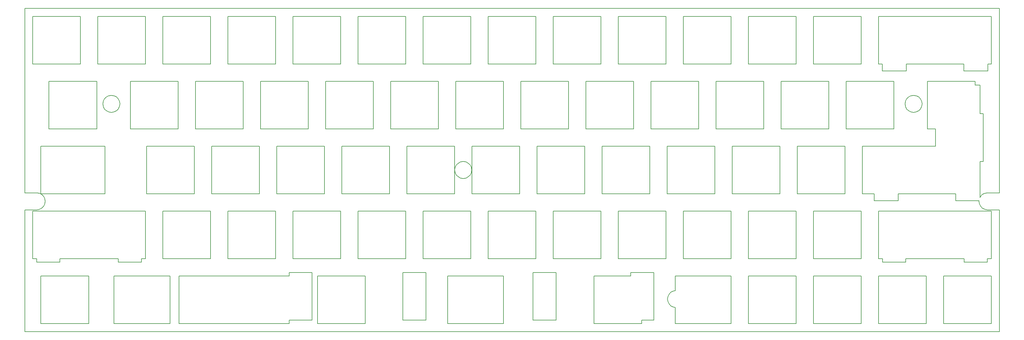
<source format=gbr>
G04 #@! TF.GenerationSoftware,KiCad,Pcbnew,(5.99.0-12762-g961c127ebe)*
G04 #@! TF.CreationDate,2021-11-23T00:18:37+09:00*
G04 #@! TF.ProjectId,plate4,706c6174-6534-42e6-9b69-6361645f7063,rev?*
G04 #@! TF.SameCoordinates,Original*
G04 #@! TF.FileFunction,Profile,NP*
%FSLAX46Y46*%
G04 Gerber Fmt 4.6, Leading zero omitted, Abs format (unit mm)*
G04 Created by KiCad (PCBNEW (5.99.0-12762-g961c127ebe)) date 2021-11-23 00:18:37*
%MOMM*%
%LPD*%
G01*
G04 APERTURE LIST*
G04 #@! TA.AperFunction,Profile*
%ADD10C,0.200000*%
G04 #@! TD*
G04 APERTURE END LIST*
D10*
X269886550Y-94151201D02*
X269886550Y-92151201D01*
X262886550Y-94151201D02*
X269886550Y-94151201D01*
X262886550Y-92151201D02*
X262886550Y-94151201D01*
X259418299Y-92151201D02*
X262886550Y-92151201D01*
X259418299Y-78151201D02*
X259418299Y-92151201D01*
X273418300Y-78151201D02*
X259418299Y-78151201D01*
X280849550Y-78145430D02*
X273418300Y-78151201D01*
X280849550Y-73101201D02*
X280849550Y-78145430D01*
X278468299Y-73101201D02*
X280849550Y-73101201D01*
X278468299Y-59101201D02*
X278468299Y-73101201D01*
X292468300Y-59101201D02*
X278468299Y-59101201D01*
X292468300Y-60188200D02*
X292468300Y-59101201D01*
X293849550Y-60188200D02*
X292468300Y-60188200D01*
X293849550Y-68626201D02*
X293849550Y-60188200D01*
X294849550Y-68626201D02*
X293849550Y-68626201D01*
X294849550Y-82626201D02*
X294849550Y-68626201D01*
X293849550Y-82626201D02*
X294849550Y-82626201D01*
X293849550Y-93266989D02*
X293849550Y-82626201D01*
X294044800Y-92882501D02*
X293849550Y-93266989D01*
X294597800Y-92328300D02*
X294044800Y-92882501D01*
X295293800Y-91974401D02*
X294597800Y-92328300D01*
X296066800Y-91851701D02*
X295293800Y-91974401D01*
X299567800Y-91851701D02*
X296066800Y-91851701D01*
X299567800Y-37714200D02*
X299567800Y-91851701D01*
X14193799Y-37714200D02*
X299567800Y-37714200D01*
X14192884Y-91851701D02*
X14193799Y-37714200D01*
X17694479Y-91851701D02*
X14192884Y-91851701D01*
X18466179Y-91974401D02*
X17694479Y-91851701D01*
X19162099Y-92328300D02*
X18466179Y-91974401D01*
X19714690Y-92882501D02*
X19162099Y-92328300D01*
X20070219Y-93579600D02*
X19714690Y-92882501D01*
X20192850Y-94352900D02*
X20070219Y-93579600D01*
X20070219Y-95124401D02*
X20192850Y-94352900D01*
X19714690Y-95821801D02*
X20070219Y-95124401D01*
X19162099Y-96375701D02*
X19714690Y-95821801D01*
X18466179Y-96729900D02*
X19162099Y-96375701D01*
X17693100Y-96852601D02*
X18466179Y-96729900D01*
X14192884Y-96852601D02*
X17693100Y-96852601D01*
X14193799Y-132588201D02*
X14192884Y-96852601D01*
X299567800Y-132588201D02*
X14193799Y-132588201D01*
X299567800Y-96852601D02*
X299567800Y-132588201D01*
X296066800Y-96852601D02*
X299567800Y-96852601D01*
X295293800Y-96729900D02*
X296066800Y-96852601D01*
X294597800Y-96375701D02*
X295293800Y-96729900D01*
X294044800Y-95821801D02*
X294597800Y-96375701D01*
X293690800Y-95124401D02*
X294044800Y-95821801D01*
X293567800Y-94351400D02*
X293690800Y-95124401D01*
X293599705Y-94151201D02*
X293567800Y-94351400D01*
X286762550Y-94151201D02*
X293599705Y-94151201D01*
X286762550Y-92151201D02*
X286762550Y-94151201D01*
X269886550Y-92151201D02*
X286762550Y-92151201D01*
X297230813Y-40051201D02*
X264180811Y-40051201D01*
X297230813Y-54051201D02*
X297230813Y-40051201D01*
X296143800Y-54051201D02*
X297230813Y-54051201D01*
X296143800Y-56051201D02*
X296143800Y-54051201D01*
X289143800Y-56051201D02*
X296143800Y-56051201D01*
X289143872Y-54051200D02*
X289143800Y-56051201D01*
X273705800Y-54051200D02*
X289143872Y-54051200D01*
X272267800Y-54051201D02*
X273705800Y-54051200D01*
X272267800Y-56051201D02*
X272267800Y-54051201D01*
X265267799Y-56051201D02*
X272267800Y-56051201D01*
X265267715Y-54051201D02*
X265267799Y-56051201D01*
X264180811Y-54051201D02*
X265267715Y-54051201D01*
X264180811Y-40051201D02*
X264180811Y-54051201D01*
X297230799Y-97201201D02*
X264180799Y-97201201D01*
X297230799Y-111201201D02*
X297230799Y-97201201D01*
X296018800Y-111201201D02*
X297230799Y-111201201D01*
X296018800Y-112201201D02*
X296018800Y-111201201D01*
X289268800Y-112201201D02*
X296018800Y-112201201D01*
X289268800Y-111201201D02*
X289268800Y-112201201D01*
X272142799Y-111201201D02*
X289268800Y-111201201D01*
X272142799Y-112201201D02*
X272142799Y-111201201D01*
X265392800Y-112201201D02*
X272142799Y-112201201D01*
X265392800Y-111201201D02*
X265392800Y-112201201D01*
X264180799Y-111201201D02*
X265392800Y-111201201D01*
X264180799Y-97201201D02*
X264180799Y-111201201D01*
X37674550Y-92151201D02*
X37674550Y-78151201D01*
X18912049Y-92151201D02*
X37674550Y-92151201D01*
X18912049Y-78151201D02*
X18912049Y-92151201D01*
X37674550Y-78151201D02*
X18912049Y-78151201D01*
X41618800Y-111201201D02*
X41618800Y-112201201D01*
X24492800Y-111201201D02*
X41618800Y-111201201D01*
X24492800Y-112201201D02*
X24492800Y-111201201D01*
X17742799Y-112201201D02*
X24492800Y-112201201D01*
X17742799Y-111201201D02*
X17742799Y-112201201D01*
X16530799Y-111201201D02*
X17742799Y-111201201D01*
X16530799Y-97201201D02*
X16530799Y-111201201D01*
X49580800Y-97201201D02*
X16530799Y-97201201D01*
X49580800Y-111201201D02*
X49580800Y-97201201D01*
X48368800Y-111201201D02*
X49580800Y-111201201D01*
X48368800Y-112201201D02*
X48368800Y-111201201D01*
X41618800Y-112201201D02*
X48368800Y-112201201D01*
X191599550Y-116251201D02*
X180837050Y-116251201D01*
X191599550Y-115251201D02*
X191599550Y-116251201D01*
X198349550Y-115251201D02*
X191599550Y-115251201D01*
X198349550Y-129251201D02*
X198349550Y-115251201D01*
X194837050Y-129251201D02*
X198349550Y-129251201D01*
X194837050Y-130251201D02*
X194837050Y-129251201D01*
X180837050Y-130251201D02*
X194837050Y-130251201D01*
X180837050Y-116251201D02*
X180837050Y-130251201D01*
X154355800Y-116251201D02*
X137974550Y-116251201D01*
X154355800Y-130251201D02*
X154355800Y-116251201D01*
X137974550Y-130251201D02*
X154355800Y-130251201D01*
X137974550Y-116251201D02*
X137974550Y-130251201D01*
X56724550Y-130251201D02*
X56724550Y-116251201D01*
X40343300Y-130251201D02*
X56724550Y-130251201D01*
X40343300Y-116251201D02*
X40343300Y-130251201D01*
X56724550Y-116251201D02*
X40343300Y-116251201D01*
X18912049Y-116251201D02*
X18912049Y-130251201D01*
X32912050Y-116251201D02*
X18912049Y-116251201D01*
X32912050Y-130251201D02*
X32912050Y-116251201D01*
X18912049Y-130251201D02*
X32912050Y-130251201D01*
X259130800Y-97201201D02*
X245130799Y-97201201D01*
X259130800Y-111201201D02*
X259130800Y-97201201D01*
X245130799Y-111201201D02*
X259130800Y-111201201D01*
X245130799Y-97201201D02*
X245130799Y-111201201D01*
X254655799Y-59101201D02*
X254655799Y-73101201D01*
X268655800Y-59101201D02*
X254655799Y-59101201D01*
X268655800Y-73101201D02*
X268655800Y-59101201D01*
X254655799Y-73101201D02*
X268655800Y-73101201D01*
X240368300Y-78151201D02*
X240368300Y-92151201D01*
X254368300Y-78151201D02*
X240368300Y-78151201D01*
X254368300Y-92151201D02*
X254368300Y-78151201D01*
X240368300Y-92151201D02*
X254368300Y-92151201D01*
X240080800Y-97201201D02*
X226080800Y-97201201D01*
X240080800Y-111201201D02*
X240080800Y-97201201D01*
X226080800Y-111201201D02*
X240080800Y-111201201D01*
X226080800Y-97201201D02*
X226080800Y-111201201D01*
X131680800Y-129251201D02*
X131680800Y-115251201D01*
X124930800Y-129251201D02*
X131680800Y-129251201D01*
X124930800Y-115251201D02*
X124930800Y-129251201D01*
X131680800Y-115251201D02*
X124930800Y-115251201D01*
X91599550Y-116251201D02*
X59393300Y-116251201D01*
X91599550Y-115251201D02*
X91599550Y-116251201D01*
X98349550Y-115251201D02*
X91599550Y-115251201D01*
X98349550Y-129251201D02*
X98349550Y-115251201D01*
X91599550Y-129251201D02*
X98349550Y-129251201D01*
X91599550Y-130251201D02*
X91599550Y-129251201D01*
X59393300Y-130251201D02*
X91599550Y-130251201D01*
X59393300Y-116251201D02*
X59393300Y-130251201D01*
X163030800Y-115251201D02*
X163030800Y-129251201D01*
X169780800Y-115251201D02*
X163030800Y-115251201D01*
X169780800Y-129251201D02*
X169780800Y-115251201D01*
X163030800Y-129251201D02*
X169780800Y-129251201D01*
X274429799Y-63252000D02*
X273656800Y-63374400D01*
X275201800Y-63374400D02*
X274429799Y-63252000D01*
X275898799Y-63728600D02*
X275201800Y-63374400D01*
X276451800Y-64282400D02*
X275898799Y-63728600D01*
X276806800Y-64978500D02*
X276451800Y-64282400D01*
X276929799Y-65752800D02*
X276806800Y-64978500D01*
X276806800Y-66524700D02*
X276929799Y-65752800D01*
X276451800Y-67220700D02*
X276806800Y-66524700D01*
X275898799Y-67774601D02*
X276451800Y-67220700D01*
X275201800Y-68128800D02*
X275898799Y-67774601D01*
X274429799Y-68252601D02*
X275201800Y-68128800D01*
X273656800Y-68128800D02*
X274429799Y-68252601D01*
X272959800Y-67774601D02*
X273656800Y-68128800D01*
X272406800Y-67220700D02*
X272959800Y-67774601D01*
X272051800Y-66524700D02*
X272406800Y-67220700D01*
X271929799Y-65752800D02*
X272051800Y-66524700D01*
X272051800Y-64978500D02*
X271929799Y-65752800D01*
X272406800Y-64282400D02*
X272051800Y-64978500D01*
X272959800Y-63728600D02*
X272406800Y-64282400D01*
X273656800Y-63374400D02*
X272959800Y-63728600D01*
X39580500Y-63252000D02*
X38807399Y-63374400D01*
X40353600Y-63374400D02*
X39580500Y-63252000D01*
X41049500Y-63728600D02*
X40353600Y-63374400D01*
X41600700Y-64282400D02*
X41049500Y-63728600D01*
X41957600Y-64978500D02*
X41600700Y-64282400D01*
X42080199Y-65752800D02*
X41957600Y-64978500D01*
X41957600Y-66524700D02*
X42080199Y-65752800D01*
X41600700Y-67220700D02*
X41957600Y-66524700D01*
X41049500Y-67774601D02*
X41600700Y-67220700D01*
X40353600Y-68128800D02*
X41049500Y-67774601D01*
X39580500Y-68252601D02*
X40353600Y-68128800D01*
X38807399Y-68128800D02*
X39580500Y-68252601D01*
X38111500Y-67774601D02*
X38807399Y-68128800D01*
X37557500Y-67220700D02*
X38111500Y-67774601D01*
X37203400Y-66524700D02*
X37557500Y-67220700D01*
X37080700Y-65752800D02*
X37203400Y-66524700D01*
X37203400Y-64978500D02*
X37080700Y-65752800D01*
X37557500Y-64282400D02*
X37203400Y-64978500D01*
X38111500Y-63728600D02*
X37557500Y-64282400D01*
X38807399Y-63374400D02*
X38111500Y-63728600D01*
X204649550Y-116251201D02*
X204649550Y-120588660D01*
X221030800Y-116251201D02*
X204649550Y-116251201D01*
X221030800Y-130251201D02*
X221030800Y-116251201D01*
X204649550Y-130251201D02*
X221030800Y-130251201D01*
X204649550Y-125514892D02*
X204649550Y-130251201D01*
X204106800Y-125428901D02*
X204649550Y-125514892D01*
X203409800Y-125074750D02*
X204106800Y-125428901D01*
X202856800Y-124520751D02*
X203409800Y-125074750D01*
X202503800Y-123824861D02*
X202856800Y-124520751D01*
X202380800Y-123051781D02*
X202503800Y-123824861D01*
X202503800Y-122280101D02*
X202380800Y-123051781D01*
X202856800Y-121582801D02*
X202503800Y-122280101D01*
X203409800Y-121030201D02*
X202856800Y-121582801D01*
X204106800Y-120674701D02*
X203409800Y-121030201D01*
X204649550Y-120588660D02*
X204106800Y-120674701D01*
X142580800Y-82653300D02*
X141807800Y-82774300D01*
X143353800Y-82774300D02*
X142580800Y-82653300D01*
X144049800Y-83128501D02*
X143353800Y-82774300D01*
X144603800Y-83682700D02*
X144049800Y-83128501D01*
X144957800Y-84378401D02*
X144603800Y-83682700D01*
X145081800Y-85153101D02*
X144957800Y-84378401D01*
X144957800Y-85924600D02*
X145081800Y-85153101D01*
X144603800Y-86622101D02*
X144957800Y-85924600D01*
X144049800Y-87174501D02*
X144603800Y-86622101D01*
X143353800Y-87530100D02*
X144049800Y-87174501D01*
X142580800Y-87652901D02*
X143353800Y-87530100D01*
X141807800Y-87530100D02*
X142580800Y-87652901D01*
X141111800Y-87174501D02*
X141807800Y-87530100D01*
X140557800Y-86622101D02*
X141111800Y-87174501D01*
X140200800Y-85924600D02*
X140557800Y-86622101D01*
X140080800Y-85153101D02*
X140200800Y-85924600D01*
X140200800Y-84378401D02*
X140080800Y-85153101D01*
X140557800Y-83682700D02*
X140200800Y-84378401D01*
X141111800Y-83128501D02*
X140557800Y-83682700D01*
X141807800Y-82774300D02*
X141111800Y-83128501D01*
X240080800Y-130251201D02*
X240080800Y-116251201D01*
X226080800Y-130251201D02*
X240080800Y-130251201D01*
X226080800Y-116251201D02*
X226080800Y-130251201D01*
X240080800Y-116251201D02*
X226080800Y-116251201D01*
X297230800Y-116251201D02*
X283230800Y-116251201D01*
X297230800Y-130251201D02*
X297230800Y-116251201D01*
X283230800Y-130251201D02*
X297230800Y-130251201D01*
X283230800Y-116251201D02*
X283230800Y-130251201D01*
X264180799Y-116251201D02*
X264180799Y-130251201D01*
X278180800Y-116251201D02*
X264180799Y-116251201D01*
X278180800Y-130251201D02*
X278180800Y-116251201D01*
X264180799Y-130251201D02*
X278180800Y-130251201D01*
X245130799Y-116251201D02*
X245130799Y-130251201D01*
X259130800Y-116251201D02*
X245130799Y-116251201D01*
X259130800Y-130251201D02*
X259130800Y-116251201D01*
X245130799Y-130251201D02*
X259130800Y-130251201D01*
X99874550Y-116251201D02*
X99874550Y-130251201D01*
X113874550Y-116251201D02*
X99874550Y-116251201D01*
X113874550Y-130251201D02*
X113874550Y-116251201D01*
X99874550Y-130251201D02*
X113874550Y-130251201D01*
X178455800Y-59101201D02*
X178455800Y-73101201D01*
X192455800Y-59101201D02*
X178455800Y-59101201D01*
X192455800Y-73101201D02*
X192455800Y-59101201D01*
X178455800Y-73101201D02*
X192455800Y-73101201D01*
X235605799Y-59101201D02*
X235605799Y-73101201D01*
X249605800Y-59101201D02*
X235605799Y-59101201D01*
X249605800Y-73101201D02*
X249605800Y-59101201D01*
X235605799Y-73101201D02*
X249605800Y-73101201D01*
X240080800Y-40051201D02*
X226080800Y-40051201D01*
X240080800Y-54051200D02*
X240080800Y-40051201D01*
X226080800Y-54051200D02*
X240080800Y-54051200D01*
X226080800Y-40051201D02*
X226080800Y-54051200D01*
X135305800Y-59101201D02*
X121305800Y-59101201D01*
X135305800Y-73101201D02*
X135305800Y-59101201D01*
X121305800Y-73101201D02*
X135305800Y-73101201D01*
X121305800Y-59101201D02*
X121305800Y-73101201D01*
X92730800Y-40051201D02*
X92730800Y-54051200D01*
X106730800Y-40051201D02*
X92730800Y-40051201D01*
X106730800Y-54051200D02*
X106730800Y-40051201D01*
X92730800Y-54051200D02*
X106730800Y-54051200D01*
X149880800Y-40051201D02*
X149880800Y-54051200D01*
X163880800Y-40051201D02*
X149880800Y-40051201D01*
X163880800Y-54051200D02*
X163880800Y-40051201D01*
X149880800Y-54051200D02*
X163880800Y-54051200D01*
X154355800Y-59101201D02*
X140355800Y-59101201D01*
X154355800Y-73101201D02*
X154355800Y-59101201D01*
X140355800Y-73101201D02*
X154355800Y-73101201D01*
X140355800Y-59101201D02*
X140355800Y-73101201D01*
X130830800Y-40051201D02*
X130830800Y-54051200D01*
X144830799Y-40051201D02*
X130830800Y-40051201D01*
X144830799Y-54051200D02*
X144830799Y-40051201D01*
X130830800Y-54051200D02*
X144830799Y-54051200D01*
X116255800Y-59101201D02*
X102255800Y-59101201D01*
X116255800Y-73101201D02*
X116255800Y-59101201D01*
X102255800Y-73101201D02*
X116255800Y-73101201D01*
X102255800Y-59101201D02*
X102255800Y-73101201D01*
X145118300Y-78151201D02*
X145118300Y-92151201D01*
X159118300Y-78151201D02*
X145118300Y-78151201D01*
X159118300Y-92151201D02*
X159118300Y-78151201D01*
X145118300Y-92151201D02*
X159118300Y-92151201D01*
X87968300Y-78151201D02*
X87968300Y-92151201D01*
X101968300Y-78151201D02*
X87968300Y-78151201D01*
X101968300Y-92151201D02*
X101968300Y-78151201D01*
X87968300Y-92151201D02*
X101968300Y-92151201D01*
X83205800Y-59101201D02*
X83205800Y-73101201D01*
X97205800Y-59101201D02*
X83205800Y-59101201D01*
X97205800Y-73101201D02*
X97205800Y-59101201D01*
X83205800Y-73101201D02*
X97205800Y-73101201D01*
X207030800Y-40051201D02*
X207030800Y-54051200D01*
X221030800Y-40051201D02*
X207030800Y-40051201D01*
X221030800Y-54051200D02*
X221030800Y-40051201D01*
X207030800Y-54051200D02*
X221030800Y-54051200D01*
X82918300Y-78151201D02*
X68918300Y-78151201D01*
X82918300Y-92151201D02*
X82918300Y-78151201D01*
X68918300Y-92151201D02*
X82918300Y-92151201D01*
X68918300Y-78151201D02*
X68918300Y-92151201D01*
X201980800Y-40051201D02*
X187980800Y-40051201D01*
X201980800Y-54051200D02*
X201980800Y-40051201D01*
X187980800Y-54051200D02*
X201980800Y-54051200D01*
X187980800Y-40051201D02*
X187980800Y-54051200D01*
X87680800Y-111201201D02*
X87680800Y-97201201D01*
X73680800Y-111201201D02*
X87680800Y-111201201D01*
X73680800Y-97201201D02*
X73680800Y-111201201D01*
X87680800Y-97201201D02*
X73680800Y-97201201D01*
X182930800Y-54051200D02*
X182930800Y-40051201D01*
X168930800Y-54051200D02*
X182930800Y-54051200D01*
X168930800Y-40051201D02*
X168930800Y-54051200D01*
X182930800Y-40051201D02*
X168930800Y-40051201D01*
X230555800Y-59101201D02*
X216555800Y-59101201D01*
X230555800Y-73101201D02*
X230555800Y-59101201D01*
X216555800Y-73101201D02*
X230555800Y-73101201D01*
X216555800Y-59101201D02*
X216555800Y-73101201D01*
X63868300Y-78151201D02*
X49868300Y-78151201D01*
X63868300Y-92151201D02*
X63868300Y-78151201D01*
X49868300Y-92151201D02*
X63868300Y-92151201D01*
X49868300Y-78151201D02*
X49868300Y-92151201D01*
X87680800Y-40051201D02*
X73680800Y-40051201D01*
X87680800Y-54051200D02*
X87680800Y-40051201D01*
X73680800Y-54051200D02*
X87680800Y-54051200D01*
X73680800Y-40051201D02*
X73680800Y-54051200D01*
X107018300Y-78151201D02*
X107018300Y-92151201D01*
X121018300Y-78151201D02*
X107018300Y-78151201D01*
X121018300Y-92151201D02*
X121018300Y-78151201D01*
X107018300Y-92151201D02*
X121018300Y-92151201D01*
X126068300Y-78151201D02*
X126068300Y-92151201D01*
X140068300Y-78151201D02*
X126068300Y-78151201D01*
X140068300Y-92151201D02*
X140068300Y-78151201D01*
X126068300Y-92151201D02*
X140068300Y-92151201D01*
X125780800Y-40051201D02*
X111780800Y-40051201D01*
X125780800Y-54051200D02*
X125780800Y-40051201D01*
X111780800Y-54051200D02*
X125780800Y-54051200D01*
X111780800Y-40051201D02*
X111780800Y-54051200D01*
X144830799Y-111201201D02*
X144830799Y-97201201D01*
X130830800Y-111201201D02*
X144830799Y-111201201D01*
X130830800Y-97201201D02*
X130830800Y-111201201D01*
X144830799Y-97201201D02*
X130830800Y-97201201D01*
X92730800Y-97201201D02*
X92730800Y-111201201D01*
X106730800Y-97201201D02*
X92730800Y-97201201D01*
X106730800Y-111201201D02*
X106730800Y-97201201D01*
X92730800Y-111201201D02*
X106730800Y-111201201D01*
X125780800Y-97201201D02*
X111780800Y-97201201D01*
X125780800Y-111201201D02*
X125780800Y-97201201D01*
X111780800Y-111201201D02*
X125780800Y-111201201D01*
X111780800Y-97201201D02*
X111780800Y-111201201D01*
X68630800Y-54051200D02*
X68630800Y-40051201D01*
X54630800Y-54051200D02*
X68630800Y-54051200D01*
X54630800Y-40051201D02*
X54630800Y-54051200D01*
X68630800Y-40051201D02*
X54630800Y-40051201D01*
X64155800Y-59101201D02*
X64155800Y-73101201D01*
X78155800Y-59101201D02*
X64155800Y-59101201D01*
X78155800Y-73101201D02*
X78155800Y-59101201D01*
X64155800Y-73101201D02*
X78155800Y-73101201D01*
X59105800Y-59101201D02*
X45105800Y-59101201D01*
X59105800Y-73101201D02*
X59105800Y-59101201D01*
X45105800Y-73101201D02*
X59105800Y-73101201D01*
X45105800Y-59101201D02*
X45105800Y-73101201D01*
X30530799Y-40051201D02*
X16530800Y-40051201D01*
X30530799Y-54051200D02*
X30530799Y-40051201D01*
X16530800Y-54051200D02*
X30530799Y-54051200D01*
X16530800Y-40051201D02*
X16530800Y-54051200D01*
X49580800Y-40051201D02*
X35580800Y-40051201D01*
X49580800Y-54051200D02*
X49580800Y-40051201D01*
X35580800Y-54051200D02*
X49580800Y-54051200D01*
X35580800Y-40051201D02*
X35580800Y-54051200D01*
X35293300Y-73101201D02*
X35293300Y-59101201D01*
X21293299Y-73101201D02*
X35293300Y-73101201D01*
X21293299Y-59101201D02*
X21293299Y-73101201D01*
X35293300Y-59101201D02*
X21293299Y-59101201D01*
X211505800Y-59101201D02*
X197505800Y-59101201D01*
X211505800Y-73101201D02*
X211505800Y-59101201D01*
X197505800Y-73101201D02*
X211505800Y-73101201D01*
X197505800Y-59101201D02*
X197505800Y-73101201D01*
X173405800Y-59101201D02*
X159405800Y-59101201D01*
X173405800Y-73101201D02*
X173405800Y-59101201D01*
X159405800Y-73101201D02*
X173405800Y-73101201D01*
X159405800Y-59101201D02*
X159405800Y-73101201D01*
X245130799Y-40051201D02*
X245130799Y-54051200D01*
X259130800Y-40051201D02*
X245130799Y-40051201D01*
X259130800Y-54051200D02*
X259130800Y-40051201D01*
X245130799Y-54051200D02*
X259130800Y-54051200D01*
X201980800Y-111201201D02*
X201980800Y-97201201D01*
X187980800Y-111201201D02*
X201980800Y-111201201D01*
X187980800Y-97201201D02*
X187980800Y-111201201D01*
X201980800Y-97201201D02*
X187980800Y-97201201D01*
X235318300Y-78151201D02*
X221318300Y-78151201D01*
X235318300Y-92151201D02*
X235318300Y-78151201D01*
X221318300Y-92151201D02*
X235318300Y-92151201D01*
X221318300Y-78151201D02*
X221318300Y-92151201D01*
X197218300Y-92151201D02*
X197218300Y-78151201D01*
X183218300Y-92151201D02*
X197218300Y-92151201D01*
X183218300Y-78151201D02*
X183218300Y-92151201D01*
X197218300Y-78151201D02*
X183218300Y-78151201D01*
X163880800Y-97201201D02*
X149880800Y-97201201D01*
X163880800Y-111201201D02*
X163880800Y-97201201D01*
X149880800Y-111201201D02*
X163880800Y-111201201D01*
X149880800Y-97201201D02*
X149880800Y-111201201D01*
X168930800Y-97201201D02*
X168930800Y-111201201D01*
X182930800Y-97201201D02*
X168930800Y-97201201D01*
X182930800Y-111201201D02*
X182930800Y-97201201D01*
X168930800Y-111201201D02*
X182930800Y-111201201D01*
X216268300Y-78151201D02*
X202268300Y-78151201D01*
X216268300Y-92151201D02*
X216268300Y-78151201D01*
X202268300Y-92151201D02*
X216268300Y-92151201D01*
X202268300Y-78151201D02*
X202268300Y-92151201D01*
X207030800Y-97201201D02*
X207030800Y-111201201D01*
X221030800Y-97201201D02*
X207030800Y-97201201D01*
X221030800Y-111201201D02*
X221030800Y-97201201D01*
X207030800Y-111201201D02*
X221030800Y-111201201D01*
X178168300Y-78151201D02*
X164168300Y-78151201D01*
X178168300Y-92151201D02*
X178168300Y-78151201D01*
X164168300Y-92151201D02*
X178168300Y-92151201D01*
X164168300Y-78151201D02*
X164168300Y-92151201D01*
X54630800Y-97201201D02*
X54630800Y-111201201D01*
X68630800Y-97201201D02*
X54630800Y-97201201D01*
X68630800Y-111201201D02*
X68630800Y-97201201D01*
X54630800Y-111201201D02*
X68630800Y-111201201D01*
M02*

</source>
